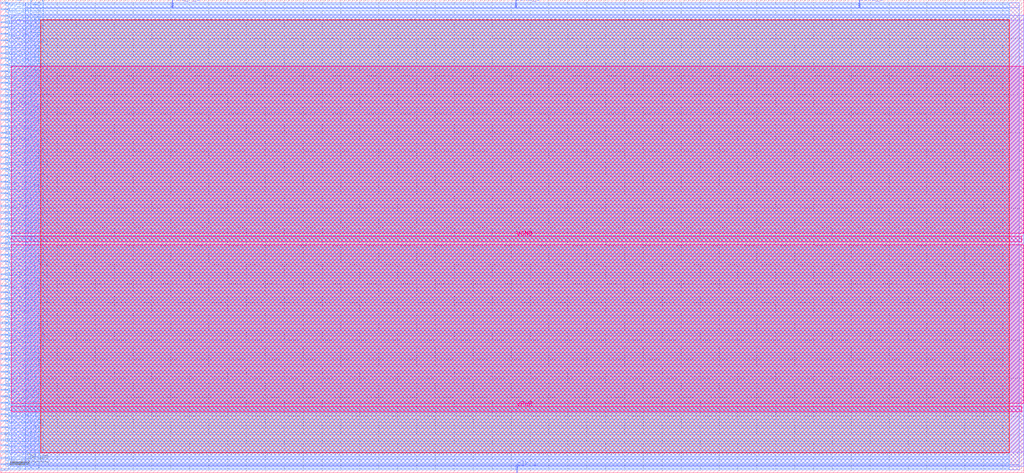
<source format=lef>
VERSION 5.7 ;
  NOWIREEXTENSIONATPIN ON ;
  DIVIDERCHAR "/" ;
  BUSBITCHARS "[]" ;
MACRO fd_hd
  CLASS BLOCK ;
  FOREIGN fd_hd ;
  ORIGIN 0.000 0.000 ;
  SIZE 541.280 BY 250.240 ;
  PIN bus_in[0]
    DIRECTION INPUT ;
    PORT
      LAYER met3 ;
        RECT 0.000 1.400 4.000 2.000 ;
    END
  END bus_in[0]
  PIN bus_in[10]
    DIRECTION INPUT ;
    PORT
      LAYER met3 ;
        RECT 0.000 66.000 4.000 66.600 ;
    END
  END bus_in[10]
  PIN bus_in[11]
    DIRECTION INPUT ;
    PORT
      LAYER met3 ;
        RECT 0.000 72.800 4.000 73.400 ;
    END
  END bus_in[11]
  PIN bus_in[12]
    DIRECTION INPUT ;
    PORT
      LAYER met3 ;
        RECT 0.000 78.920 4.000 79.520 ;
    END
  END bus_in[12]
  PIN bus_in[13]
    DIRECTION INPUT ;
    PORT
      LAYER met3 ;
        RECT 0.000 85.720 4.000 86.320 ;
    END
  END bus_in[13]
  PIN bus_in[14]
    DIRECTION INPUT ;
    PORT
      LAYER met3 ;
        RECT 0.000 91.840 4.000 92.440 ;
    END
  END bus_in[14]
  PIN bus_in[15]
    DIRECTION INPUT ;
    PORT
      LAYER met3 ;
        RECT 0.000 98.640 4.000 99.240 ;
    END
  END bus_in[15]
  PIN bus_in[16]
    DIRECTION INPUT ;
    PORT
      LAYER met3 ;
        RECT 0.000 104.760 4.000 105.360 ;
    END
  END bus_in[16]
  PIN bus_in[17]
    DIRECTION INPUT ;
    PORT
      LAYER met3 ;
        RECT 0.000 111.560 4.000 112.160 ;
    END
  END bus_in[17]
  PIN bus_in[18]
    DIRECTION INPUT ;
    PORT
      LAYER met3 ;
        RECT 0.000 118.360 4.000 118.960 ;
    END
  END bus_in[18]
  PIN bus_in[19]
    DIRECTION INPUT ;
    PORT
      LAYER met3 ;
        RECT 0.000 124.480 4.000 125.080 ;
    END
  END bus_in[19]
  PIN bus_in[1]
    DIRECTION INPUT ;
    PORT
      LAYER met3 ;
        RECT 0.000 7.520 4.000 8.120 ;
    END
  END bus_in[1]
  PIN bus_in[20]
    DIRECTION INPUT ;
    PORT
      LAYER met3 ;
        RECT 0.000 131.280 4.000 131.880 ;
    END
  END bus_in[20]
  PIN bus_in[21]
    DIRECTION INPUT ;
    PORT
      LAYER met3 ;
        RECT 0.000 137.400 4.000 138.000 ;
    END
  END bus_in[21]
  PIN bus_in[22]
    DIRECTION INPUT ;
    PORT
      LAYER met3 ;
        RECT 0.000 144.200 4.000 144.800 ;
    END
  END bus_in[22]
  PIN bus_in[23]
    DIRECTION INPUT ;
    PORT
      LAYER met3 ;
        RECT 0.000 150.320 4.000 150.920 ;
    END
  END bus_in[23]
  PIN bus_in[24]
    DIRECTION INPUT ;
    PORT
      LAYER met3 ;
        RECT 0.000 157.120 4.000 157.720 ;
    END
  END bus_in[24]
  PIN bus_in[25]
    DIRECTION INPUT ;
    PORT
      LAYER met3 ;
        RECT 0.000 163.240 4.000 163.840 ;
    END
  END bus_in[25]
  PIN bus_in[26]
    DIRECTION INPUT ;
    PORT
      LAYER met3 ;
        RECT 0.000 170.040 4.000 170.640 ;
    END
  END bus_in[26]
  PIN bus_in[27]
    DIRECTION INPUT ;
    PORT
      LAYER met3 ;
        RECT 0.000 176.840 4.000 177.440 ;
    END
  END bus_in[27]
  PIN bus_in[28]
    DIRECTION INPUT ;
    PORT
      LAYER met3 ;
        RECT 0.000 182.960 4.000 183.560 ;
    END
  END bus_in[28]
  PIN bus_in[29]
    DIRECTION INPUT ;
    PORT
      LAYER met3 ;
        RECT 0.000 189.760 4.000 190.360 ;
    END
  END bus_in[29]
  PIN bus_in[2]
    DIRECTION INPUT ;
    PORT
      LAYER met3 ;
        RECT 0.000 14.320 4.000 14.920 ;
    END
  END bus_in[2]
  PIN bus_in[30]
    DIRECTION INPUT ;
    PORT
      LAYER met3 ;
        RECT 0.000 195.880 4.000 196.480 ;
    END
  END bus_in[30]
  PIN bus_in[31]
    DIRECTION INPUT ;
    PORT
      LAYER met3 ;
        RECT 0.000 202.680 4.000 203.280 ;
    END
  END bus_in[31]
  PIN bus_in[32]
    DIRECTION INPUT ;
    PORT
      LAYER met3 ;
        RECT 0.000 208.800 4.000 209.400 ;
    END
  END bus_in[32]
  PIN bus_in[33]
    DIRECTION INPUT ;
    PORT
      LAYER met3 ;
        RECT 0.000 215.600 4.000 216.200 ;
    END
  END bus_in[33]
  PIN bus_in[34]
    DIRECTION INPUT ;
    PORT
      LAYER met3 ;
        RECT 0.000 221.720 4.000 222.320 ;
    END
  END bus_in[34]
  PIN bus_in[35]
    DIRECTION INPUT ;
    PORT
      LAYER met3 ;
        RECT 0.000 228.520 4.000 229.120 ;
    END
  END bus_in[35]
  PIN bus_in[36]
    DIRECTION INPUT ;
    PORT
      LAYER met3 ;
        RECT 0.000 231.920 4.000 232.520 ;
    END
  END bus_in[36]
  PIN bus_in[37]
    DIRECTION INPUT ;
    PORT
      LAYER met3 ;
        RECT 0.000 235.320 4.000 235.920 ;
    END
  END bus_in[37]
  PIN bus_in[38]
    DIRECTION INPUT ;
    PORT
      LAYER met3 ;
        RECT 0.000 238.040 4.000 238.640 ;
    END
  END bus_in[38]
  PIN bus_in[39]
    DIRECTION INPUT ;
    PORT
      LAYER met3 ;
        RECT 0.000 241.440 4.000 242.040 ;
    END
  END bus_in[39]
  PIN bus_in[3]
    DIRECTION INPUT ;
    PORT
      LAYER met3 ;
        RECT 0.000 20.440 4.000 21.040 ;
    END
  END bus_in[3]
  PIN bus_in[40]
    DIRECTION INPUT ;
    PORT
      LAYER met3 ;
        RECT 0.000 244.840 4.000 245.440 ;
    END
  END bus_in[40]
  PIN bus_in[41]
    DIRECTION INPUT ;
    PORT
      LAYER met3 ;
        RECT 0.000 248.240 4.000 248.840 ;
    END
  END bus_in[41]
  PIN bus_in[4]
    DIRECTION INPUT ;
    PORT
      LAYER met3 ;
        RECT 0.000 27.240 4.000 27.840 ;
    END
  END bus_in[4]
  PIN bus_in[5]
    DIRECTION INPUT ;
    PORT
      LAYER met3 ;
        RECT 0.000 33.360 4.000 33.960 ;
    END
  END bus_in[5]
  PIN bus_in[6]
    DIRECTION INPUT ;
    PORT
      LAYER met3 ;
        RECT 0.000 40.160 4.000 40.760 ;
    END
  END bus_in[6]
  PIN bus_in[7]
    DIRECTION INPUT ;
    PORT
      LAYER met3 ;
        RECT 0.000 46.280 4.000 46.880 ;
    END
  END bus_in[7]
  PIN bus_in[8]
    DIRECTION INPUT ;
    PORT
      LAYER met3 ;
        RECT 0.000 53.080 4.000 53.680 ;
    END
  END bus_in[8]
  PIN bus_in[9]
    DIRECTION INPUT ;
    PORT
      LAYER met3 ;
        RECT 0.000 59.880 4.000 60.480 ;
    END
  END bus_in[9]
  PIN bus_out[0]
    DIRECTION OUTPUT TRISTATE ;
    PORT
      LAYER met3 ;
        RECT 0.000 4.120 4.000 4.720 ;
    END
  END bus_out[0]
  PIN bus_out[10]
    DIRECTION OUTPUT TRISTATE ;
    PORT
      LAYER met3 ;
        RECT 0.000 69.400 4.000 70.000 ;
    END
  END bus_out[10]
  PIN bus_out[11]
    DIRECTION OUTPUT TRISTATE ;
    PORT
      LAYER met3 ;
        RECT 0.000 75.520 4.000 76.120 ;
    END
  END bus_out[11]
  PIN bus_out[12]
    DIRECTION OUTPUT TRISTATE ;
    PORT
      LAYER met3 ;
        RECT 0.000 82.320 4.000 82.920 ;
    END
  END bus_out[12]
  PIN bus_out[13]
    DIRECTION OUTPUT TRISTATE ;
    PORT
      LAYER met3 ;
        RECT 0.000 89.120 4.000 89.720 ;
    END
  END bus_out[13]
  PIN bus_out[14]
    DIRECTION OUTPUT TRISTATE ;
    PORT
      LAYER met3 ;
        RECT 0.000 95.240 4.000 95.840 ;
    END
  END bus_out[14]
  PIN bus_out[15]
    DIRECTION OUTPUT TRISTATE ;
    PORT
      LAYER met3 ;
        RECT 0.000 102.040 4.000 102.640 ;
    END
  END bus_out[15]
  PIN bus_out[16]
    DIRECTION OUTPUT TRISTATE ;
    PORT
      LAYER met3 ;
        RECT 0.000 108.160 4.000 108.760 ;
    END
  END bus_out[16]
  PIN bus_out[17]
    DIRECTION OUTPUT TRISTATE ;
    PORT
      LAYER met3 ;
        RECT 0.000 114.960 4.000 115.560 ;
    END
  END bus_out[17]
  PIN bus_out[18]
    DIRECTION OUTPUT TRISTATE ;
    PORT
      LAYER met3 ;
        RECT 0.000 121.080 4.000 121.680 ;
    END
  END bus_out[18]
  PIN bus_out[19]
    DIRECTION OUTPUT TRISTATE ;
    PORT
      LAYER met3 ;
        RECT 0.000 127.880 4.000 128.480 ;
    END
  END bus_out[19]
  PIN bus_out[1]
    DIRECTION OUTPUT TRISTATE ;
    PORT
      LAYER met3 ;
        RECT 0.000 10.920 4.000 11.520 ;
    END
  END bus_out[1]
  PIN bus_out[20]
    DIRECTION OUTPUT TRISTATE ;
    PORT
      LAYER met3 ;
        RECT 0.000 134.000 4.000 134.600 ;
    END
  END bus_out[20]
  PIN bus_out[21]
    DIRECTION OUTPUT TRISTATE ;
    PORT
      LAYER met3 ;
        RECT 0.000 140.800 4.000 141.400 ;
    END
  END bus_out[21]
  PIN bus_out[22]
    DIRECTION OUTPUT TRISTATE ;
    PORT
      LAYER met3 ;
        RECT 0.000 147.600 4.000 148.200 ;
    END
  END bus_out[22]
  PIN bus_out[23]
    DIRECTION OUTPUT TRISTATE ;
    PORT
      LAYER met3 ;
        RECT 0.000 153.720 4.000 154.320 ;
    END
  END bus_out[23]
  PIN bus_out[24]
    DIRECTION OUTPUT TRISTATE ;
    PORT
      LAYER met3 ;
        RECT 0.000 160.520 4.000 161.120 ;
    END
  END bus_out[24]
  PIN bus_out[25]
    DIRECTION OUTPUT TRISTATE ;
    PORT
      LAYER met3 ;
        RECT 0.000 166.640 4.000 167.240 ;
    END
  END bus_out[25]
  PIN bus_out[26]
    DIRECTION OUTPUT TRISTATE ;
    PORT
      LAYER met3 ;
        RECT 0.000 173.440 4.000 174.040 ;
    END
  END bus_out[26]
  PIN bus_out[27]
    DIRECTION OUTPUT TRISTATE ;
    PORT
      LAYER met3 ;
        RECT 0.000 179.560 4.000 180.160 ;
    END
  END bus_out[27]
  PIN bus_out[28]
    DIRECTION OUTPUT TRISTATE ;
    PORT
      LAYER met3 ;
        RECT 0.000 186.360 4.000 186.960 ;
    END
  END bus_out[28]
  PIN bus_out[29]
    DIRECTION OUTPUT TRISTATE ;
    PORT
      LAYER met3 ;
        RECT 0.000 192.480 4.000 193.080 ;
    END
  END bus_out[29]
  PIN bus_out[2]
    DIRECTION OUTPUT TRISTATE ;
    PORT
      LAYER met3 ;
        RECT 0.000 17.040 4.000 17.640 ;
    END
  END bus_out[2]
  PIN bus_out[30]
    DIRECTION OUTPUT TRISTATE ;
    PORT
      LAYER met3 ;
        RECT 0.000 199.280 4.000 199.880 ;
    END
  END bus_out[30]
  PIN bus_out[31]
    DIRECTION OUTPUT TRISTATE ;
    PORT
      LAYER met3 ;
        RECT 0.000 206.080 4.000 206.680 ;
    END
  END bus_out[31]
  PIN bus_out[32]
    DIRECTION OUTPUT TRISTATE ;
    PORT
      LAYER met3 ;
        RECT 0.000 212.200 4.000 212.800 ;
    END
  END bus_out[32]
  PIN bus_out[33]
    DIRECTION OUTPUT TRISTATE ;
    PORT
      LAYER met3 ;
        RECT 0.000 219.000 4.000 219.600 ;
    END
  END bus_out[33]
  PIN bus_out[34]
    DIRECTION OUTPUT TRISTATE ;
    PORT
      LAYER met3 ;
        RECT 0.000 225.120 4.000 225.720 ;
    END
  END bus_out[34]
  PIN bus_out[3]
    DIRECTION OUTPUT TRISTATE ;
    PORT
      LAYER met3 ;
        RECT 0.000 23.840 4.000 24.440 ;
    END
  END bus_out[3]
  PIN bus_out[4]
    DIRECTION OUTPUT TRISTATE ;
    PORT
      LAYER met3 ;
        RECT 0.000 30.640 4.000 31.240 ;
    END
  END bus_out[4]
  PIN bus_out[5]
    DIRECTION OUTPUT TRISTATE ;
    PORT
      LAYER met3 ;
        RECT 0.000 36.760 4.000 37.360 ;
    END
  END bus_out[5]
  PIN bus_out[6]
    DIRECTION OUTPUT TRISTATE ;
    PORT
      LAYER met3 ;
        RECT 0.000 43.560 4.000 44.160 ;
    END
  END bus_out[6]
  PIN bus_out[7]
    DIRECTION OUTPUT TRISTATE ;
    PORT
      LAYER met3 ;
        RECT 0.000 49.680 4.000 50.280 ;
    END
  END bus_out[7]
  PIN bus_out[8]
    DIRECTION OUTPUT TRISTATE ;
    PORT
      LAYER met3 ;
        RECT 0.000 56.480 4.000 57.080 ;
    END
  END bus_out[8]
  PIN bus_out[9]
    DIRECTION OUTPUT TRISTATE ;
    PORT
      LAYER met3 ;
        RECT 0.000 62.600 4.000 63.200 ;
    END
  END bus_out[9]
  PIN clk_i
    DIRECTION INPUT ;
    PORT
      LAYER met2 ;
        RECT 272.870 0.000 273.150 4.000 ;
    END
  END clk_i
  PIN out1_o
    DIRECTION OUTPUT TRISTATE ;
    PORT
      LAYER met2 ;
        RECT 272.410 246.240 272.690 250.240 ;
    END
  END out1_o
  PIN out2_o
    DIRECTION OUTPUT TRISTATE ;
    PORT
      LAYER met2 ;
        RECT 454.110 246.240 454.390 250.240 ;
    END
  END out2_o
  PIN rst_n_i
    DIRECTION INPUT ;
    PORT
      LAYER met2 ;
        RECT 90.710 246.240 90.990 250.240 ;
    END
  END rst_n_i
  PIN VPWR
    DIRECTION INPUT ;
    USE POWER ;
    PORT
      LAYER met5 ;
        RECT 5.520 32.180 540.040 35.180 ;
    END
  END VPWR
  PIN VGND
    DIRECTION INPUT ;
    USE GROUND ;
    PORT
      LAYER met5 ;
        RECT 5.520 122.180 540.040 125.180 ;
    END
  END VGND
  OBS
      LAYER li1 ;
        RECT 5.520 10.795 541.280 239.445 ;
      LAYER met1 ;
        RECT 5.520 3.440 541.280 242.040 ;
      LAYER met2 ;
        RECT 12.980 245.960 90.430 248.725 ;
        RECT 91.270 245.960 272.130 248.725 ;
        RECT 272.970 245.960 453.830 248.725 ;
        RECT 454.670 245.960 538.880 248.725 ;
        RECT 12.980 4.280 538.880 245.960 ;
        RECT 12.980 1.515 272.590 4.280 ;
        RECT 273.430 1.515 538.880 4.280 ;
      LAYER met3 ;
        RECT 4.400 247.840 533.660 248.705 ;
        RECT 4.000 245.840 533.660 247.840 ;
        RECT 4.400 244.440 533.660 245.840 ;
        RECT 4.000 242.440 533.660 244.440 ;
        RECT 4.400 241.040 533.660 242.440 ;
        RECT 4.000 239.040 533.660 241.040 ;
        RECT 4.400 237.640 533.660 239.040 ;
        RECT 4.000 236.320 533.660 237.640 ;
        RECT 4.400 234.920 533.660 236.320 ;
        RECT 4.000 232.920 533.660 234.920 ;
        RECT 4.400 231.520 533.660 232.920 ;
        RECT 4.000 229.520 533.660 231.520 ;
        RECT 4.400 228.120 533.660 229.520 ;
        RECT 4.000 226.120 533.660 228.120 ;
        RECT 4.400 224.720 533.660 226.120 ;
        RECT 4.000 222.720 533.660 224.720 ;
        RECT 4.400 221.320 533.660 222.720 ;
        RECT 4.000 220.000 533.660 221.320 ;
        RECT 4.400 218.600 533.660 220.000 ;
        RECT 4.000 216.600 533.660 218.600 ;
        RECT 4.400 215.200 533.660 216.600 ;
        RECT 4.000 213.200 533.660 215.200 ;
        RECT 4.400 211.800 533.660 213.200 ;
        RECT 4.000 209.800 533.660 211.800 ;
        RECT 4.400 208.400 533.660 209.800 ;
        RECT 4.000 207.080 533.660 208.400 ;
        RECT 4.400 205.680 533.660 207.080 ;
        RECT 4.000 203.680 533.660 205.680 ;
        RECT 4.400 202.280 533.660 203.680 ;
        RECT 4.000 200.280 533.660 202.280 ;
        RECT 4.400 198.880 533.660 200.280 ;
        RECT 4.000 196.880 533.660 198.880 ;
        RECT 4.400 195.480 533.660 196.880 ;
        RECT 4.000 193.480 533.660 195.480 ;
        RECT 4.400 192.080 533.660 193.480 ;
        RECT 4.000 190.760 533.660 192.080 ;
        RECT 4.400 189.360 533.660 190.760 ;
        RECT 4.000 187.360 533.660 189.360 ;
        RECT 4.400 185.960 533.660 187.360 ;
        RECT 4.000 183.960 533.660 185.960 ;
        RECT 4.400 182.560 533.660 183.960 ;
        RECT 4.000 180.560 533.660 182.560 ;
        RECT 4.400 179.160 533.660 180.560 ;
        RECT 4.000 177.840 533.660 179.160 ;
        RECT 4.400 176.440 533.660 177.840 ;
        RECT 4.000 174.440 533.660 176.440 ;
        RECT 4.400 173.040 533.660 174.440 ;
        RECT 4.000 171.040 533.660 173.040 ;
        RECT 4.400 169.640 533.660 171.040 ;
        RECT 4.000 167.640 533.660 169.640 ;
        RECT 4.400 166.240 533.660 167.640 ;
        RECT 4.000 164.240 533.660 166.240 ;
        RECT 4.400 162.840 533.660 164.240 ;
        RECT 4.000 161.520 533.660 162.840 ;
        RECT 4.400 160.120 533.660 161.520 ;
        RECT 4.000 158.120 533.660 160.120 ;
        RECT 4.400 156.720 533.660 158.120 ;
        RECT 4.000 154.720 533.660 156.720 ;
        RECT 4.400 153.320 533.660 154.720 ;
        RECT 4.000 151.320 533.660 153.320 ;
        RECT 4.400 149.920 533.660 151.320 ;
        RECT 4.000 148.600 533.660 149.920 ;
        RECT 4.400 147.200 533.660 148.600 ;
        RECT 4.000 145.200 533.660 147.200 ;
        RECT 4.400 143.800 533.660 145.200 ;
        RECT 4.000 141.800 533.660 143.800 ;
        RECT 4.400 140.400 533.660 141.800 ;
        RECT 4.000 138.400 533.660 140.400 ;
        RECT 4.400 137.000 533.660 138.400 ;
        RECT 4.000 135.000 533.660 137.000 ;
        RECT 4.400 133.600 533.660 135.000 ;
        RECT 4.000 132.280 533.660 133.600 ;
        RECT 4.400 130.880 533.660 132.280 ;
        RECT 4.000 128.880 533.660 130.880 ;
        RECT 4.400 127.480 533.660 128.880 ;
        RECT 4.000 125.480 533.660 127.480 ;
        RECT 4.400 124.080 533.660 125.480 ;
        RECT 4.000 122.080 533.660 124.080 ;
        RECT 4.400 120.680 533.660 122.080 ;
        RECT 4.000 119.360 533.660 120.680 ;
        RECT 4.400 117.960 533.660 119.360 ;
        RECT 4.000 115.960 533.660 117.960 ;
        RECT 4.400 114.560 533.660 115.960 ;
        RECT 4.000 112.560 533.660 114.560 ;
        RECT 4.400 111.160 533.660 112.560 ;
        RECT 4.000 109.160 533.660 111.160 ;
        RECT 4.400 107.760 533.660 109.160 ;
        RECT 4.000 105.760 533.660 107.760 ;
        RECT 4.400 104.360 533.660 105.760 ;
        RECT 4.000 103.040 533.660 104.360 ;
        RECT 4.400 101.640 533.660 103.040 ;
        RECT 4.000 99.640 533.660 101.640 ;
        RECT 4.400 98.240 533.660 99.640 ;
        RECT 4.000 96.240 533.660 98.240 ;
        RECT 4.400 94.840 533.660 96.240 ;
        RECT 4.000 92.840 533.660 94.840 ;
        RECT 4.400 91.440 533.660 92.840 ;
        RECT 4.000 90.120 533.660 91.440 ;
        RECT 4.400 88.720 533.660 90.120 ;
        RECT 4.000 86.720 533.660 88.720 ;
        RECT 4.400 85.320 533.660 86.720 ;
        RECT 4.000 83.320 533.660 85.320 ;
        RECT 4.400 81.920 533.660 83.320 ;
        RECT 4.000 79.920 533.660 81.920 ;
        RECT 4.400 78.520 533.660 79.920 ;
        RECT 4.000 76.520 533.660 78.520 ;
        RECT 4.400 75.120 533.660 76.520 ;
        RECT 4.000 73.800 533.660 75.120 ;
        RECT 4.400 72.400 533.660 73.800 ;
        RECT 4.000 70.400 533.660 72.400 ;
        RECT 4.400 69.000 533.660 70.400 ;
        RECT 4.000 67.000 533.660 69.000 ;
        RECT 4.400 65.600 533.660 67.000 ;
        RECT 4.000 63.600 533.660 65.600 ;
        RECT 4.400 62.200 533.660 63.600 ;
        RECT 4.000 60.880 533.660 62.200 ;
        RECT 4.400 59.480 533.660 60.880 ;
        RECT 4.000 57.480 533.660 59.480 ;
        RECT 4.400 56.080 533.660 57.480 ;
        RECT 4.000 54.080 533.660 56.080 ;
        RECT 4.400 52.680 533.660 54.080 ;
        RECT 4.000 50.680 533.660 52.680 ;
        RECT 4.400 49.280 533.660 50.680 ;
        RECT 4.000 47.280 533.660 49.280 ;
        RECT 4.400 45.880 533.660 47.280 ;
        RECT 4.000 44.560 533.660 45.880 ;
        RECT 4.400 43.160 533.660 44.560 ;
        RECT 4.000 41.160 533.660 43.160 ;
        RECT 4.400 39.760 533.660 41.160 ;
        RECT 4.000 37.760 533.660 39.760 ;
        RECT 4.400 36.360 533.660 37.760 ;
        RECT 4.000 34.360 533.660 36.360 ;
        RECT 4.400 32.960 533.660 34.360 ;
        RECT 4.000 31.640 533.660 32.960 ;
        RECT 4.400 30.240 533.660 31.640 ;
        RECT 4.000 28.240 533.660 30.240 ;
        RECT 4.400 26.840 533.660 28.240 ;
        RECT 4.000 24.840 533.660 26.840 ;
        RECT 4.400 23.440 533.660 24.840 ;
        RECT 4.000 21.440 533.660 23.440 ;
        RECT 4.400 20.040 533.660 21.440 ;
        RECT 4.000 18.040 533.660 20.040 ;
        RECT 4.400 16.640 533.660 18.040 ;
        RECT 4.000 15.320 533.660 16.640 ;
        RECT 4.400 13.920 533.660 15.320 ;
        RECT 4.000 11.920 533.660 13.920 ;
        RECT 4.400 10.520 533.660 11.920 ;
        RECT 4.000 8.520 533.660 10.520 ;
        RECT 4.400 7.120 533.660 8.520 ;
        RECT 4.000 5.120 533.660 7.120 ;
        RECT 4.400 3.720 533.660 5.120 ;
        RECT 4.000 2.400 533.660 3.720 ;
        RECT 4.400 1.535 533.660 2.400 ;
      LAYER met4 ;
        RECT 21.040 10.640 533.660 239.600 ;
      LAYER met5 ;
        RECT 5.520 126.780 541.280 215.190 ;
        RECT 5.520 36.780 541.280 120.580 ;
  END
END fd_hd
END LIBRARY


</source>
